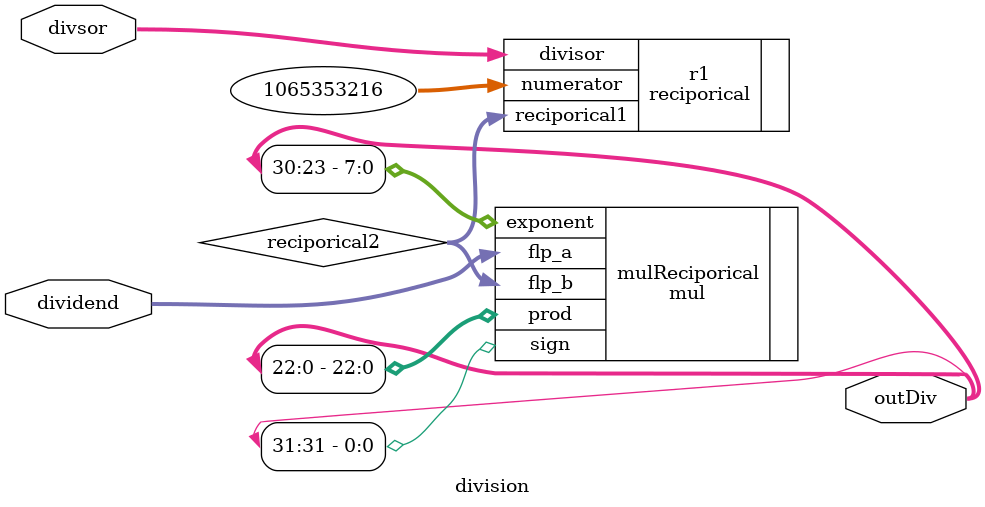
<source format=v>
`timescale 1ns / 1ps
module division(dividend,divsor,outDiv);
localparam [31:0] one=32'b00111111100000000000000000000000;
input  [31:0] dividend ;
input  [31:0] divsor;
output [31:0] outDiv;
wire [31:0] reciporical2;

reciporical r1(.numerator(one),
               .divisor(divsor),
               .reciporical1(reciporical2)); 
                                                    
mul mulReciporical(.flp_a(dividend),
                   .flp_b(reciporical2),
                   .sign(outDiv[31]),
                   .exponent(outDiv[30:23]),
                   .prod(outDiv[22:0]));
endmodule

</source>
